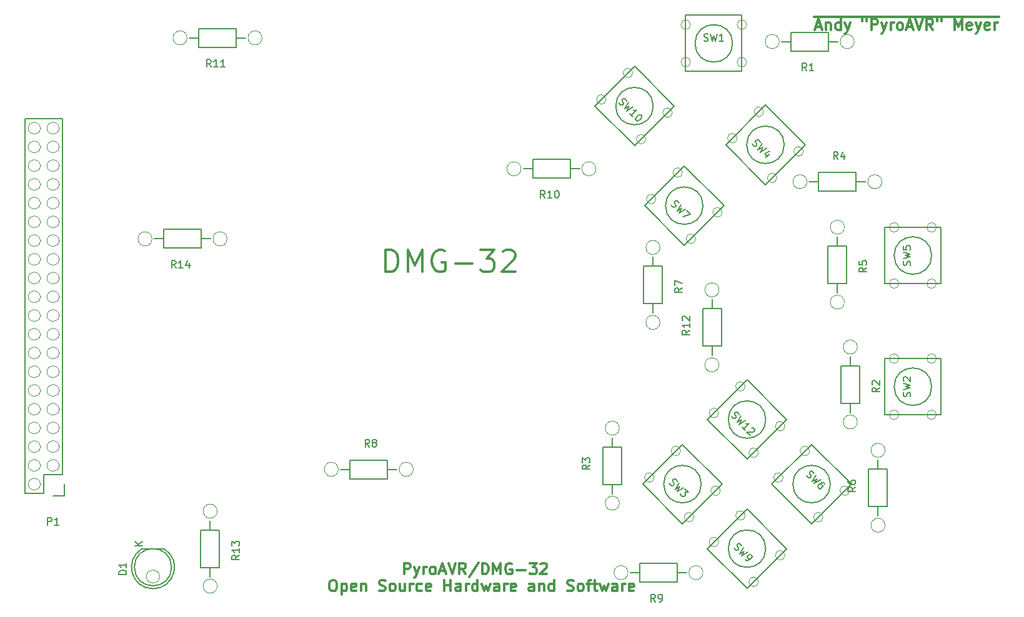
<source format=gto>
G04 #@! TF.FileFunction,Legend,Top*
%FSLAX46Y46*%
G04 Gerber Fmt 4.6, Leading zero omitted, Abs format (unit mm)*
G04 Created by KiCad (PCBNEW (2015-12-28 BZR 6407, Git 3dff6c0)-product) date Sun 24 Jan 2016 05:08:26 PM EST*
%MOMM*%
G01*
G04 APERTURE LIST*
%ADD10C,0.100000*%
%ADD11C,0.300000*%
%ADD12C,0.150000*%
G04 APERTURE END LIST*
D10*
D11*
X72780144Y-90213571D02*
X72780144Y-88713571D01*
X73351572Y-88713571D01*
X73494430Y-88785000D01*
X73565858Y-88856429D01*
X73637287Y-88999286D01*
X73637287Y-89213571D01*
X73565858Y-89356429D01*
X73494430Y-89427857D01*
X73351572Y-89499286D01*
X72780144Y-89499286D01*
X74137287Y-89213571D02*
X74494430Y-90213571D01*
X74851572Y-89213571D02*
X74494430Y-90213571D01*
X74351572Y-90570714D01*
X74280144Y-90642143D01*
X74137287Y-90713571D01*
X75423001Y-90213571D02*
X75423001Y-89213571D01*
X75423001Y-89499286D02*
X75494429Y-89356429D01*
X75565858Y-89285000D01*
X75708715Y-89213571D01*
X75851572Y-89213571D01*
X76565858Y-90213571D02*
X76423000Y-90142143D01*
X76351572Y-90070714D01*
X76280143Y-89927857D01*
X76280143Y-89499286D01*
X76351572Y-89356429D01*
X76423000Y-89285000D01*
X76565858Y-89213571D01*
X76780143Y-89213571D01*
X76923000Y-89285000D01*
X76994429Y-89356429D01*
X77065858Y-89499286D01*
X77065858Y-89927857D01*
X76994429Y-90070714D01*
X76923000Y-90142143D01*
X76780143Y-90213571D01*
X76565858Y-90213571D01*
X77637286Y-89785000D02*
X78351572Y-89785000D01*
X77494429Y-90213571D02*
X77994429Y-88713571D01*
X78494429Y-90213571D01*
X78780143Y-88713571D02*
X79280143Y-90213571D01*
X79780143Y-88713571D01*
X81137286Y-90213571D02*
X80637286Y-89499286D01*
X80280143Y-90213571D02*
X80280143Y-88713571D01*
X80851571Y-88713571D01*
X80994429Y-88785000D01*
X81065857Y-88856429D01*
X81137286Y-88999286D01*
X81137286Y-89213571D01*
X81065857Y-89356429D01*
X80994429Y-89427857D01*
X80851571Y-89499286D01*
X80280143Y-89499286D01*
X82851571Y-88642143D02*
X81565857Y-90570714D01*
X83351572Y-90213571D02*
X83351572Y-88713571D01*
X83708715Y-88713571D01*
X83923000Y-88785000D01*
X84065858Y-88927857D01*
X84137286Y-89070714D01*
X84208715Y-89356429D01*
X84208715Y-89570714D01*
X84137286Y-89856429D01*
X84065858Y-89999286D01*
X83923000Y-90142143D01*
X83708715Y-90213571D01*
X83351572Y-90213571D01*
X84851572Y-90213571D02*
X84851572Y-88713571D01*
X85351572Y-89785000D01*
X85851572Y-88713571D01*
X85851572Y-90213571D01*
X87351572Y-88785000D02*
X87208715Y-88713571D01*
X86994429Y-88713571D01*
X86780144Y-88785000D01*
X86637286Y-88927857D01*
X86565858Y-89070714D01*
X86494429Y-89356429D01*
X86494429Y-89570714D01*
X86565858Y-89856429D01*
X86637286Y-89999286D01*
X86780144Y-90142143D01*
X86994429Y-90213571D01*
X87137286Y-90213571D01*
X87351572Y-90142143D01*
X87423001Y-90070714D01*
X87423001Y-89570714D01*
X87137286Y-89570714D01*
X88065858Y-89642143D02*
X89208715Y-89642143D01*
X89780144Y-88713571D02*
X90708715Y-88713571D01*
X90208715Y-89285000D01*
X90423001Y-89285000D01*
X90565858Y-89356429D01*
X90637287Y-89427857D01*
X90708715Y-89570714D01*
X90708715Y-89927857D01*
X90637287Y-90070714D01*
X90565858Y-90142143D01*
X90423001Y-90213571D01*
X89994429Y-90213571D01*
X89851572Y-90142143D01*
X89780144Y-90070714D01*
X91280143Y-88856429D02*
X91351572Y-88785000D01*
X91494429Y-88713571D01*
X91851572Y-88713571D01*
X91994429Y-88785000D01*
X92065858Y-88856429D01*
X92137286Y-88999286D01*
X92137286Y-89142143D01*
X92065858Y-89356429D01*
X91208715Y-90213571D01*
X92137286Y-90213571D01*
X63026286Y-90999571D02*
X63312000Y-90999571D01*
X63454858Y-91071000D01*
X63597715Y-91213857D01*
X63669143Y-91499571D01*
X63669143Y-91999571D01*
X63597715Y-92285286D01*
X63454858Y-92428143D01*
X63312000Y-92499571D01*
X63026286Y-92499571D01*
X62883429Y-92428143D01*
X62740572Y-92285286D01*
X62669143Y-91999571D01*
X62669143Y-91499571D01*
X62740572Y-91213857D01*
X62883429Y-91071000D01*
X63026286Y-90999571D01*
X64312001Y-91499571D02*
X64312001Y-92999571D01*
X64312001Y-91571000D02*
X64454858Y-91499571D01*
X64740572Y-91499571D01*
X64883429Y-91571000D01*
X64954858Y-91642429D01*
X65026287Y-91785286D01*
X65026287Y-92213857D01*
X64954858Y-92356714D01*
X64883429Y-92428143D01*
X64740572Y-92499571D01*
X64454858Y-92499571D01*
X64312001Y-92428143D01*
X66240572Y-92428143D02*
X66097715Y-92499571D01*
X65812001Y-92499571D01*
X65669144Y-92428143D01*
X65597715Y-92285286D01*
X65597715Y-91713857D01*
X65669144Y-91571000D01*
X65812001Y-91499571D01*
X66097715Y-91499571D01*
X66240572Y-91571000D01*
X66312001Y-91713857D01*
X66312001Y-91856714D01*
X65597715Y-91999571D01*
X66954858Y-91499571D02*
X66954858Y-92499571D01*
X66954858Y-91642429D02*
X67026286Y-91571000D01*
X67169144Y-91499571D01*
X67383429Y-91499571D01*
X67526286Y-91571000D01*
X67597715Y-91713857D01*
X67597715Y-92499571D01*
X69383429Y-92428143D02*
X69597715Y-92499571D01*
X69954858Y-92499571D01*
X70097715Y-92428143D01*
X70169144Y-92356714D01*
X70240572Y-92213857D01*
X70240572Y-92071000D01*
X70169144Y-91928143D01*
X70097715Y-91856714D01*
X69954858Y-91785286D01*
X69669144Y-91713857D01*
X69526286Y-91642429D01*
X69454858Y-91571000D01*
X69383429Y-91428143D01*
X69383429Y-91285286D01*
X69454858Y-91142429D01*
X69526286Y-91071000D01*
X69669144Y-90999571D01*
X70026286Y-90999571D01*
X70240572Y-91071000D01*
X71097715Y-92499571D02*
X70954857Y-92428143D01*
X70883429Y-92356714D01*
X70812000Y-92213857D01*
X70812000Y-91785286D01*
X70883429Y-91642429D01*
X70954857Y-91571000D01*
X71097715Y-91499571D01*
X71312000Y-91499571D01*
X71454857Y-91571000D01*
X71526286Y-91642429D01*
X71597715Y-91785286D01*
X71597715Y-92213857D01*
X71526286Y-92356714D01*
X71454857Y-92428143D01*
X71312000Y-92499571D01*
X71097715Y-92499571D01*
X72883429Y-91499571D02*
X72883429Y-92499571D01*
X72240572Y-91499571D02*
X72240572Y-92285286D01*
X72312000Y-92428143D01*
X72454858Y-92499571D01*
X72669143Y-92499571D01*
X72812000Y-92428143D01*
X72883429Y-92356714D01*
X73597715Y-92499571D02*
X73597715Y-91499571D01*
X73597715Y-91785286D02*
X73669143Y-91642429D01*
X73740572Y-91571000D01*
X73883429Y-91499571D01*
X74026286Y-91499571D01*
X75169143Y-92428143D02*
X75026286Y-92499571D01*
X74740572Y-92499571D01*
X74597714Y-92428143D01*
X74526286Y-92356714D01*
X74454857Y-92213857D01*
X74454857Y-91785286D01*
X74526286Y-91642429D01*
X74597714Y-91571000D01*
X74740572Y-91499571D01*
X75026286Y-91499571D01*
X75169143Y-91571000D01*
X76383428Y-92428143D02*
X76240571Y-92499571D01*
X75954857Y-92499571D01*
X75812000Y-92428143D01*
X75740571Y-92285286D01*
X75740571Y-91713857D01*
X75812000Y-91571000D01*
X75954857Y-91499571D01*
X76240571Y-91499571D01*
X76383428Y-91571000D01*
X76454857Y-91713857D01*
X76454857Y-91856714D01*
X75740571Y-91999571D01*
X78240571Y-92499571D02*
X78240571Y-90999571D01*
X78240571Y-91713857D02*
X79097714Y-91713857D01*
X79097714Y-92499571D02*
X79097714Y-90999571D01*
X80454857Y-92499571D02*
X80454857Y-91713857D01*
X80383428Y-91571000D01*
X80240571Y-91499571D01*
X79954857Y-91499571D01*
X79812000Y-91571000D01*
X80454857Y-92428143D02*
X80312000Y-92499571D01*
X79954857Y-92499571D01*
X79812000Y-92428143D01*
X79740571Y-92285286D01*
X79740571Y-92142429D01*
X79812000Y-91999571D01*
X79954857Y-91928143D01*
X80312000Y-91928143D01*
X80454857Y-91856714D01*
X81169143Y-92499571D02*
X81169143Y-91499571D01*
X81169143Y-91785286D02*
X81240571Y-91642429D01*
X81312000Y-91571000D01*
X81454857Y-91499571D01*
X81597714Y-91499571D01*
X82740571Y-92499571D02*
X82740571Y-90999571D01*
X82740571Y-92428143D02*
X82597714Y-92499571D01*
X82312000Y-92499571D01*
X82169142Y-92428143D01*
X82097714Y-92356714D01*
X82026285Y-92213857D01*
X82026285Y-91785286D01*
X82097714Y-91642429D01*
X82169142Y-91571000D01*
X82312000Y-91499571D01*
X82597714Y-91499571D01*
X82740571Y-91571000D01*
X83312000Y-91499571D02*
X83597714Y-92499571D01*
X83883428Y-91785286D01*
X84169143Y-92499571D01*
X84454857Y-91499571D01*
X85669143Y-92499571D02*
X85669143Y-91713857D01*
X85597714Y-91571000D01*
X85454857Y-91499571D01*
X85169143Y-91499571D01*
X85026286Y-91571000D01*
X85669143Y-92428143D02*
X85526286Y-92499571D01*
X85169143Y-92499571D01*
X85026286Y-92428143D01*
X84954857Y-92285286D01*
X84954857Y-92142429D01*
X85026286Y-91999571D01*
X85169143Y-91928143D01*
X85526286Y-91928143D01*
X85669143Y-91856714D01*
X86383429Y-92499571D02*
X86383429Y-91499571D01*
X86383429Y-91785286D02*
X86454857Y-91642429D01*
X86526286Y-91571000D01*
X86669143Y-91499571D01*
X86812000Y-91499571D01*
X87883428Y-92428143D02*
X87740571Y-92499571D01*
X87454857Y-92499571D01*
X87312000Y-92428143D01*
X87240571Y-92285286D01*
X87240571Y-91713857D01*
X87312000Y-91571000D01*
X87454857Y-91499571D01*
X87740571Y-91499571D01*
X87883428Y-91571000D01*
X87954857Y-91713857D01*
X87954857Y-91856714D01*
X87240571Y-91999571D01*
X90383428Y-92499571D02*
X90383428Y-91713857D01*
X90311999Y-91571000D01*
X90169142Y-91499571D01*
X89883428Y-91499571D01*
X89740571Y-91571000D01*
X90383428Y-92428143D02*
X90240571Y-92499571D01*
X89883428Y-92499571D01*
X89740571Y-92428143D01*
X89669142Y-92285286D01*
X89669142Y-92142429D01*
X89740571Y-91999571D01*
X89883428Y-91928143D01*
X90240571Y-91928143D01*
X90383428Y-91856714D01*
X91097714Y-91499571D02*
X91097714Y-92499571D01*
X91097714Y-91642429D02*
X91169142Y-91571000D01*
X91312000Y-91499571D01*
X91526285Y-91499571D01*
X91669142Y-91571000D01*
X91740571Y-91713857D01*
X91740571Y-92499571D01*
X93097714Y-92499571D02*
X93097714Y-90999571D01*
X93097714Y-92428143D02*
X92954857Y-92499571D01*
X92669143Y-92499571D01*
X92526285Y-92428143D01*
X92454857Y-92356714D01*
X92383428Y-92213857D01*
X92383428Y-91785286D01*
X92454857Y-91642429D01*
X92526285Y-91571000D01*
X92669143Y-91499571D01*
X92954857Y-91499571D01*
X93097714Y-91571000D01*
X94883428Y-92428143D02*
X95097714Y-92499571D01*
X95454857Y-92499571D01*
X95597714Y-92428143D01*
X95669143Y-92356714D01*
X95740571Y-92213857D01*
X95740571Y-92071000D01*
X95669143Y-91928143D01*
X95597714Y-91856714D01*
X95454857Y-91785286D01*
X95169143Y-91713857D01*
X95026285Y-91642429D01*
X94954857Y-91571000D01*
X94883428Y-91428143D01*
X94883428Y-91285286D01*
X94954857Y-91142429D01*
X95026285Y-91071000D01*
X95169143Y-90999571D01*
X95526285Y-90999571D01*
X95740571Y-91071000D01*
X96597714Y-92499571D02*
X96454856Y-92428143D01*
X96383428Y-92356714D01*
X96311999Y-92213857D01*
X96311999Y-91785286D01*
X96383428Y-91642429D01*
X96454856Y-91571000D01*
X96597714Y-91499571D01*
X96811999Y-91499571D01*
X96954856Y-91571000D01*
X97026285Y-91642429D01*
X97097714Y-91785286D01*
X97097714Y-92213857D01*
X97026285Y-92356714D01*
X96954856Y-92428143D01*
X96811999Y-92499571D01*
X96597714Y-92499571D01*
X97526285Y-91499571D02*
X98097714Y-91499571D01*
X97740571Y-92499571D02*
X97740571Y-91213857D01*
X97811999Y-91071000D01*
X97954857Y-90999571D01*
X98097714Y-90999571D01*
X98383428Y-91499571D02*
X98954857Y-91499571D01*
X98597714Y-90999571D02*
X98597714Y-92285286D01*
X98669142Y-92428143D01*
X98812000Y-92499571D01*
X98954857Y-92499571D01*
X99312000Y-91499571D02*
X99597714Y-92499571D01*
X99883428Y-91785286D01*
X100169143Y-92499571D01*
X100454857Y-91499571D01*
X101669143Y-92499571D02*
X101669143Y-91713857D01*
X101597714Y-91571000D01*
X101454857Y-91499571D01*
X101169143Y-91499571D01*
X101026286Y-91571000D01*
X101669143Y-92428143D02*
X101526286Y-92499571D01*
X101169143Y-92499571D01*
X101026286Y-92428143D01*
X100954857Y-92285286D01*
X100954857Y-92142429D01*
X101026286Y-91999571D01*
X101169143Y-91928143D01*
X101526286Y-91928143D01*
X101669143Y-91856714D01*
X102383429Y-92499571D02*
X102383429Y-91499571D01*
X102383429Y-91785286D02*
X102454857Y-91642429D01*
X102526286Y-91571000D01*
X102669143Y-91499571D01*
X102812000Y-91499571D01*
X103883428Y-92428143D02*
X103740571Y-92499571D01*
X103454857Y-92499571D01*
X103312000Y-92428143D01*
X103240571Y-92285286D01*
X103240571Y-91713857D01*
X103312000Y-91571000D01*
X103454857Y-91499571D01*
X103740571Y-91499571D01*
X103883428Y-91571000D01*
X103954857Y-91713857D01*
X103954857Y-91856714D01*
X103240571Y-91999571D01*
X128593001Y-15998000D02*
X129307287Y-15998000D01*
X128450144Y-16426571D02*
X128950144Y-14926571D01*
X129450144Y-16426571D01*
X129950144Y-15426571D02*
X129950144Y-16426571D01*
X129950144Y-15569429D02*
X130021572Y-15498000D01*
X130164430Y-15426571D01*
X130378715Y-15426571D01*
X130521572Y-15498000D01*
X130593001Y-15640857D01*
X130593001Y-16426571D01*
X131950144Y-16426571D02*
X131950144Y-14926571D01*
X131950144Y-16355143D02*
X131807287Y-16426571D01*
X131521573Y-16426571D01*
X131378715Y-16355143D01*
X131307287Y-16283714D01*
X131235858Y-16140857D01*
X131235858Y-15712286D01*
X131307287Y-15569429D01*
X131378715Y-15498000D01*
X131521573Y-15426571D01*
X131807287Y-15426571D01*
X131950144Y-15498000D01*
X132521573Y-15426571D02*
X132878716Y-16426571D01*
X133235858Y-15426571D02*
X132878716Y-16426571D01*
X132735858Y-16783714D01*
X132664430Y-16855143D01*
X132521573Y-16926571D01*
X134878715Y-14926571D02*
X134878715Y-15212286D01*
X135450144Y-14926571D02*
X135450144Y-15212286D01*
X136093001Y-16426571D02*
X136093001Y-14926571D01*
X136664429Y-14926571D01*
X136807287Y-14998000D01*
X136878715Y-15069429D01*
X136950144Y-15212286D01*
X136950144Y-15426571D01*
X136878715Y-15569429D01*
X136807287Y-15640857D01*
X136664429Y-15712286D01*
X136093001Y-15712286D01*
X137450144Y-15426571D02*
X137807287Y-16426571D01*
X138164429Y-15426571D02*
X137807287Y-16426571D01*
X137664429Y-16783714D01*
X137593001Y-16855143D01*
X137450144Y-16926571D01*
X138735858Y-16426571D02*
X138735858Y-15426571D01*
X138735858Y-15712286D02*
X138807286Y-15569429D01*
X138878715Y-15498000D01*
X139021572Y-15426571D01*
X139164429Y-15426571D01*
X139878715Y-16426571D02*
X139735857Y-16355143D01*
X139664429Y-16283714D01*
X139593000Y-16140857D01*
X139593000Y-15712286D01*
X139664429Y-15569429D01*
X139735857Y-15498000D01*
X139878715Y-15426571D01*
X140093000Y-15426571D01*
X140235857Y-15498000D01*
X140307286Y-15569429D01*
X140378715Y-15712286D01*
X140378715Y-16140857D01*
X140307286Y-16283714D01*
X140235857Y-16355143D01*
X140093000Y-16426571D01*
X139878715Y-16426571D01*
X140950143Y-15998000D02*
X141664429Y-15998000D01*
X140807286Y-16426571D02*
X141307286Y-14926571D01*
X141807286Y-16426571D01*
X142093000Y-14926571D02*
X142593000Y-16426571D01*
X143093000Y-14926571D01*
X144450143Y-16426571D02*
X143950143Y-15712286D01*
X143593000Y-16426571D02*
X143593000Y-14926571D01*
X144164428Y-14926571D01*
X144307286Y-14998000D01*
X144378714Y-15069429D01*
X144450143Y-15212286D01*
X144450143Y-15426571D01*
X144378714Y-15569429D01*
X144307286Y-15640857D01*
X144164428Y-15712286D01*
X143593000Y-15712286D01*
X145021571Y-14926571D02*
X145021571Y-15212286D01*
X145593000Y-14926571D02*
X145593000Y-15212286D01*
X147378714Y-16426571D02*
X147378714Y-14926571D01*
X147878714Y-15998000D01*
X148378714Y-14926571D01*
X148378714Y-16426571D01*
X149664428Y-16355143D02*
X149521571Y-16426571D01*
X149235857Y-16426571D01*
X149093000Y-16355143D01*
X149021571Y-16212286D01*
X149021571Y-15640857D01*
X149093000Y-15498000D01*
X149235857Y-15426571D01*
X149521571Y-15426571D01*
X149664428Y-15498000D01*
X149735857Y-15640857D01*
X149735857Y-15783714D01*
X149021571Y-15926571D01*
X150235857Y-15426571D02*
X150593000Y-16426571D01*
X150950142Y-15426571D02*
X150593000Y-16426571D01*
X150450142Y-16783714D01*
X150378714Y-16855143D01*
X150235857Y-16926571D01*
X152092999Y-16355143D02*
X151950142Y-16426571D01*
X151664428Y-16426571D01*
X151521571Y-16355143D01*
X151450142Y-16212286D01*
X151450142Y-15640857D01*
X151521571Y-15498000D01*
X151664428Y-15426571D01*
X151950142Y-15426571D01*
X152092999Y-15498000D01*
X152164428Y-15640857D01*
X152164428Y-15783714D01*
X151450142Y-15926571D01*
X152807285Y-16426571D02*
X152807285Y-15426571D01*
X152807285Y-15712286D02*
X152878713Y-15569429D01*
X152950142Y-15498000D01*
X153092999Y-15426571D01*
X153235856Y-15426571D01*
X128307287Y-14668000D02*
X153378713Y-14668000D01*
X70279715Y-49236143D02*
X70279715Y-46236143D01*
X70994000Y-46236143D01*
X71422572Y-46379000D01*
X71708286Y-46664714D01*
X71851143Y-46950429D01*
X71994000Y-47521857D01*
X71994000Y-47950429D01*
X71851143Y-48521857D01*
X71708286Y-48807571D01*
X71422572Y-49093286D01*
X70994000Y-49236143D01*
X70279715Y-49236143D01*
X73279715Y-49236143D02*
X73279715Y-46236143D01*
X74279715Y-48379000D01*
X75279715Y-46236143D01*
X75279715Y-49236143D01*
X78279714Y-46379000D02*
X77994000Y-46236143D01*
X77565429Y-46236143D01*
X77136857Y-46379000D01*
X76851143Y-46664714D01*
X76708286Y-46950429D01*
X76565429Y-47521857D01*
X76565429Y-47950429D01*
X76708286Y-48521857D01*
X76851143Y-48807571D01*
X77136857Y-49093286D01*
X77565429Y-49236143D01*
X77851143Y-49236143D01*
X78279714Y-49093286D01*
X78422571Y-48950429D01*
X78422571Y-47950429D01*
X77851143Y-47950429D01*
X79708286Y-48093286D02*
X81994000Y-48093286D01*
X83136857Y-46236143D02*
X84994000Y-46236143D01*
X83994000Y-47379000D01*
X84422572Y-47379000D01*
X84708286Y-47521857D01*
X84851143Y-47664714D01*
X84994000Y-47950429D01*
X84994000Y-48664714D01*
X84851143Y-48950429D01*
X84708286Y-49093286D01*
X84422572Y-49236143D01*
X83565429Y-49236143D01*
X83279715Y-49093286D01*
X83136857Y-48950429D01*
X86136858Y-46521857D02*
X86279715Y-46379000D01*
X86565429Y-46236143D01*
X87279715Y-46236143D01*
X87565429Y-46379000D01*
X87708286Y-46521857D01*
X87851143Y-46807571D01*
X87851143Y-47093286D01*
X87708286Y-47521857D01*
X85994000Y-49236143D01*
X87851143Y-49236143D01*
D12*
X37225096Y-86785112D02*
G75*
G03X40250000Y-86770000I1524904J-2484888D01*
G01*
X37250000Y-86770000D02*
X40250000Y-86770000D01*
X41267936Y-89270000D02*
G75*
G03X41267936Y-89270000I-2517936J0D01*
G01*
X21400000Y-28480000D02*
X21400000Y-79280000D01*
X26480000Y-76740000D02*
X26480000Y-28480000D01*
X21400000Y-28480000D02*
X26480000Y-28480000D01*
X21400000Y-79280000D02*
X23940000Y-79280000D01*
X25210000Y-79560000D02*
X26760000Y-79560000D01*
X23940000Y-79280000D02*
X23940000Y-76740000D01*
X23940000Y-76740000D02*
X26480000Y-76740000D01*
X26760000Y-79560000D02*
X26760000Y-78010000D01*
X130290000Y-19270000D02*
X125210000Y-19270000D01*
X125210000Y-19270000D02*
X125210000Y-16730000D01*
X125210000Y-16730000D02*
X130290000Y-16730000D01*
X130290000Y-16730000D02*
X130290000Y-19270000D01*
X130290000Y-18000000D02*
X131560000Y-18000000D01*
X125210000Y-18000000D02*
X123940000Y-18000000D01*
X134520000Y-61960000D02*
X134520000Y-67040000D01*
X134520000Y-67040000D02*
X131980000Y-67040000D01*
X131980000Y-67040000D02*
X131980000Y-61960000D01*
X131980000Y-61960000D02*
X134520000Y-61960000D01*
X133250000Y-61960000D02*
X133250000Y-60690000D01*
X133250000Y-67040000D02*
X133250000Y-68310000D01*
X99730000Y-78040000D02*
X99730000Y-72960000D01*
X99730000Y-72960000D02*
X102270000Y-72960000D01*
X102270000Y-72960000D02*
X102270000Y-78040000D01*
X102270000Y-78040000D02*
X99730000Y-78040000D01*
X101000000Y-78040000D02*
X101000000Y-79310000D01*
X101000000Y-72960000D02*
X101000000Y-71690000D01*
X128960000Y-35730000D02*
X134040000Y-35730000D01*
X134040000Y-35730000D02*
X134040000Y-38270000D01*
X134040000Y-38270000D02*
X128960000Y-38270000D01*
X128960000Y-38270000D02*
X128960000Y-35730000D01*
X128960000Y-37000000D02*
X127690000Y-37000000D01*
X134040000Y-37000000D02*
X135310000Y-37000000D01*
X132770000Y-45710000D02*
X132770000Y-50790000D01*
X132770000Y-50790000D02*
X130230000Y-50790000D01*
X130230000Y-50790000D02*
X130230000Y-45710000D01*
X130230000Y-45710000D02*
X132770000Y-45710000D01*
X131500000Y-45710000D02*
X131500000Y-44440000D01*
X131500000Y-50790000D02*
X131500000Y-52060000D01*
X135730000Y-81040000D02*
X135730000Y-75960000D01*
X135730000Y-75960000D02*
X138270000Y-75960000D01*
X138270000Y-75960000D02*
X138270000Y-81040000D01*
X138270000Y-81040000D02*
X135730000Y-81040000D01*
X137000000Y-81040000D02*
X137000000Y-82310000D01*
X137000000Y-75960000D02*
X137000000Y-74690000D01*
X107770000Y-48460000D02*
X107770000Y-53540000D01*
X107770000Y-53540000D02*
X105230000Y-53540000D01*
X105230000Y-53540000D02*
X105230000Y-48460000D01*
X105230000Y-48460000D02*
X107770000Y-48460000D01*
X106500000Y-48460000D02*
X106500000Y-47190000D01*
X106500000Y-53540000D02*
X106500000Y-54810000D01*
X65460000Y-74730000D02*
X70540000Y-74730000D01*
X70540000Y-74730000D02*
X70540000Y-77270000D01*
X70540000Y-77270000D02*
X65460000Y-77270000D01*
X65460000Y-77270000D02*
X65460000Y-74730000D01*
X65460000Y-76000000D02*
X64190000Y-76000000D01*
X70540000Y-76000000D02*
X71810000Y-76000000D01*
X109790000Y-91270000D02*
X104710000Y-91270000D01*
X104710000Y-91270000D02*
X104710000Y-88730000D01*
X104710000Y-88730000D02*
X109790000Y-88730000D01*
X109790000Y-88730000D02*
X109790000Y-91270000D01*
X109790000Y-90000000D02*
X111060000Y-90000000D01*
X104710000Y-90000000D02*
X103440000Y-90000000D01*
X95290000Y-36520000D02*
X90210000Y-36520000D01*
X90210000Y-36520000D02*
X90210000Y-33980000D01*
X90210000Y-33980000D02*
X95290000Y-33980000D01*
X95290000Y-33980000D02*
X95290000Y-36520000D01*
X95290000Y-35250000D02*
X96560000Y-35250000D01*
X90210000Y-35250000D02*
X88940000Y-35250000D01*
X50040000Y-18770000D02*
X44960000Y-18770000D01*
X44960000Y-18770000D02*
X44960000Y-16230000D01*
X44960000Y-16230000D02*
X50040000Y-16230000D01*
X50040000Y-16230000D02*
X50040000Y-18770000D01*
X50040000Y-17500000D02*
X51310000Y-17500000D01*
X44960000Y-17500000D02*
X43690000Y-17500000D01*
X113230000Y-59290000D02*
X113230000Y-54210000D01*
X113230000Y-54210000D02*
X115770000Y-54210000D01*
X115770000Y-54210000D02*
X115770000Y-59290000D01*
X115770000Y-59290000D02*
X113230000Y-59290000D01*
X114500000Y-59290000D02*
X114500000Y-60560000D01*
X114500000Y-54210000D02*
X114500000Y-52940000D01*
X47770000Y-84210000D02*
X47770000Y-89290000D01*
X47770000Y-89290000D02*
X45230000Y-89290000D01*
X45230000Y-89290000D02*
X45230000Y-84210000D01*
X45230000Y-84210000D02*
X47770000Y-84210000D01*
X46500000Y-84210000D02*
X46500000Y-82940000D01*
X46500000Y-89290000D02*
X46500000Y-90560000D01*
X45290000Y-46020000D02*
X40210000Y-46020000D01*
X40210000Y-46020000D02*
X40210000Y-43480000D01*
X40210000Y-43480000D02*
X45290000Y-43480000D01*
X45290000Y-43480000D02*
X45290000Y-46020000D01*
X45290000Y-44750000D02*
X46560000Y-44750000D01*
X40210000Y-44750000D02*
X38940000Y-44750000D01*
X113040000Y-78000000D02*
G75*
G03X113040000Y-78000000I-2540000J0D01*
G01*
X110500000Y-83388154D02*
X105111846Y-78000000D01*
X105111846Y-78000000D02*
X110500000Y-72611846D01*
X110500000Y-72611846D02*
X115888154Y-78000000D01*
X110500000Y-83388154D02*
X115888154Y-78000000D01*
X130540000Y-78000000D02*
G75*
G03X130540000Y-78000000I-2540000J0D01*
G01*
X128000000Y-72611846D02*
X133388154Y-78000000D01*
X133388154Y-78000000D02*
X128000000Y-83388154D01*
X128000000Y-83388154D02*
X122611846Y-78000000D01*
X128000000Y-72611846D02*
X122611846Y-78000000D01*
X121790000Y-86750000D02*
G75*
G03X121790000Y-86750000I-2540000J0D01*
G01*
X119250000Y-92138154D02*
X113861846Y-86750000D01*
X113861846Y-86750000D02*
X119250000Y-81361846D01*
X119250000Y-81361846D02*
X124638154Y-86750000D01*
X119250000Y-92138154D02*
X124638154Y-86750000D01*
X121790000Y-69250000D02*
G75*
G03X121790000Y-69250000I-2540000J0D01*
G01*
X119250000Y-74638154D02*
X113861846Y-69250000D01*
X113861846Y-69250000D02*
X119250000Y-63861846D01*
X119250000Y-63861846D02*
X124638154Y-69250000D01*
X119250000Y-74638154D02*
X124638154Y-69250000D01*
X117290000Y-18250000D02*
G75*
G03X117290000Y-18250000I-2540000J0D01*
G01*
X110940000Y-14440000D02*
X118560000Y-14440000D01*
X118560000Y-14440000D02*
X118560000Y-22060000D01*
X118560000Y-22060000D02*
X110940000Y-22060000D01*
X110940000Y-14440000D02*
X110940000Y-22060000D01*
X144270000Y-64790000D02*
G75*
G03X144270000Y-64790000I-2540000J0D01*
G01*
X137920000Y-68600000D02*
X137920000Y-60980000D01*
X137920000Y-60980000D02*
X145540000Y-60980000D01*
X145540000Y-60980000D02*
X145540000Y-68600000D01*
X137920000Y-68600000D02*
X145540000Y-68600000D01*
X124290000Y-32000000D02*
G75*
G03X124290000Y-32000000I-2540000J0D01*
G01*
X121750000Y-37388154D02*
X116361846Y-32000000D01*
X116361846Y-32000000D02*
X121750000Y-26611846D01*
X121750000Y-26611846D02*
X127138154Y-32000000D01*
X121750000Y-37388154D02*
X127138154Y-32000000D01*
X144270000Y-47010000D02*
G75*
G03X144270000Y-47010000I-2540000J0D01*
G01*
X137920000Y-50820000D02*
X137920000Y-43200000D01*
X137920000Y-43200000D02*
X145540000Y-43200000D01*
X145540000Y-43200000D02*
X145540000Y-50820000D01*
X137920000Y-50820000D02*
X145540000Y-50820000D01*
X113290000Y-40250000D02*
G75*
G03X113290000Y-40250000I-2540000J0D01*
G01*
X110750000Y-45638154D02*
X105361846Y-40250000D01*
X105361846Y-40250000D02*
X110750000Y-34861846D01*
X110750000Y-34861846D02*
X116138154Y-40250000D01*
X110750000Y-45638154D02*
X116138154Y-40250000D01*
X106540000Y-26750000D02*
G75*
G03X106540000Y-26750000I-2540000J0D01*
G01*
X104000000Y-32138154D02*
X98611846Y-26750000D01*
X98611846Y-26750000D02*
X104000000Y-21361846D01*
X104000000Y-21361846D02*
X109388154Y-26750000D01*
X104000000Y-32138154D02*
X109388154Y-26750000D01*
D10*
X39650000Y-90540000D02*
G75*
G03X39650000Y-90540000I-900000J0D01*
G01*
X23483600Y-78010000D02*
X23483600Y-78010000D01*
X21856400Y-78010000D02*
X21856400Y-78010000D01*
X23483600Y-78010000D02*
G75*
G03X21856400Y-78010000I-813600J0D01*
G01*
X21856400Y-78010000D02*
G75*
G03X23483600Y-78010000I813600J0D01*
G01*
X26023600Y-75470000D02*
X26023600Y-75470000D01*
X24396400Y-75470000D02*
X24396400Y-75470000D01*
X26023600Y-75470000D02*
G75*
G03X24396400Y-75470000I-813600J0D01*
G01*
X24396400Y-75470000D02*
G75*
G03X26023600Y-75470000I813600J0D01*
G01*
X23483600Y-75470000D02*
X23483600Y-75470000D01*
X21856400Y-75470000D02*
X21856400Y-75470000D01*
X23483600Y-75470000D02*
G75*
G03X21856400Y-75470000I-813600J0D01*
G01*
X21856400Y-75470000D02*
G75*
G03X23483600Y-75470000I813600J0D01*
G01*
X26023600Y-72930000D02*
X26023600Y-72930000D01*
X24396400Y-72930000D02*
X24396400Y-72930000D01*
X26023600Y-72930000D02*
G75*
G03X24396400Y-72930000I-813600J0D01*
G01*
X24396400Y-72930000D02*
G75*
G03X26023600Y-72930000I813600J0D01*
G01*
X23483600Y-72930000D02*
X23483600Y-72930000D01*
X21856400Y-72930000D02*
X21856400Y-72930000D01*
X23483600Y-72930000D02*
G75*
G03X21856400Y-72930000I-813600J0D01*
G01*
X21856400Y-72930000D02*
G75*
G03X23483600Y-72930000I813600J0D01*
G01*
X26023600Y-70390000D02*
X26023600Y-70390000D01*
X24396400Y-70390000D02*
X24396400Y-70390000D01*
X26023600Y-70390000D02*
G75*
G03X24396400Y-70390000I-813600J0D01*
G01*
X24396400Y-70390000D02*
G75*
G03X26023600Y-70390000I813600J0D01*
G01*
X23483600Y-70390000D02*
X23483600Y-70390000D01*
X21856400Y-70390000D02*
X21856400Y-70390000D01*
X23483600Y-70390000D02*
G75*
G03X21856400Y-70390000I-813600J0D01*
G01*
X21856400Y-70390000D02*
G75*
G03X23483600Y-70390000I813600J0D01*
G01*
X26023600Y-67850000D02*
X26023600Y-67850000D01*
X24396400Y-67850000D02*
X24396400Y-67850000D01*
X26023600Y-67850000D02*
G75*
G03X24396400Y-67850000I-813600J0D01*
G01*
X24396400Y-67850000D02*
G75*
G03X26023600Y-67850000I813600J0D01*
G01*
X23483600Y-67850000D02*
X23483600Y-67850000D01*
X21856400Y-67850000D02*
X21856400Y-67850000D01*
X23483600Y-67850000D02*
G75*
G03X21856400Y-67850000I-813600J0D01*
G01*
X21856400Y-67850000D02*
G75*
G03X23483600Y-67850000I813600J0D01*
G01*
X26023600Y-65310000D02*
X26023600Y-65310000D01*
X24396400Y-65310000D02*
X24396400Y-65310000D01*
X26023600Y-65310000D02*
G75*
G03X24396400Y-65310000I-813600J0D01*
G01*
X24396400Y-65310000D02*
G75*
G03X26023600Y-65310000I813600J0D01*
G01*
X23483600Y-65310000D02*
X23483600Y-65310000D01*
X21856400Y-65310000D02*
X21856400Y-65310000D01*
X23483600Y-65310000D02*
G75*
G03X21856400Y-65310000I-813600J0D01*
G01*
X21856400Y-65310000D02*
G75*
G03X23483600Y-65310000I813600J0D01*
G01*
X26023600Y-62770000D02*
X26023600Y-62770000D01*
X24396400Y-62770000D02*
X24396400Y-62770000D01*
X26023600Y-62770000D02*
G75*
G03X24396400Y-62770000I-813600J0D01*
G01*
X24396400Y-62770000D02*
G75*
G03X26023600Y-62770000I813600J0D01*
G01*
X23483600Y-62770000D02*
X23483600Y-62770000D01*
X21856400Y-62770000D02*
X21856400Y-62770000D01*
X23483600Y-62770000D02*
G75*
G03X21856400Y-62770000I-813600J0D01*
G01*
X21856400Y-62770000D02*
G75*
G03X23483600Y-62770000I813600J0D01*
G01*
X26023600Y-60230000D02*
X26023600Y-60230000D01*
X24396400Y-60230000D02*
X24396400Y-60230000D01*
X26023600Y-60230000D02*
G75*
G03X24396400Y-60230000I-813600J0D01*
G01*
X24396400Y-60230000D02*
G75*
G03X26023600Y-60230000I813600J0D01*
G01*
X23483600Y-60230000D02*
X23483600Y-60230000D01*
X21856400Y-60230000D02*
X21856400Y-60230000D01*
X23483600Y-60230000D02*
G75*
G03X21856400Y-60230000I-813600J0D01*
G01*
X21856400Y-60230000D02*
G75*
G03X23483600Y-60230000I813600J0D01*
G01*
X26023600Y-57690000D02*
X26023600Y-57690000D01*
X24396400Y-57690000D02*
X24396400Y-57690000D01*
X26023600Y-57690000D02*
G75*
G03X24396400Y-57690000I-813600J0D01*
G01*
X24396400Y-57690000D02*
G75*
G03X26023600Y-57690000I813600J0D01*
G01*
X23483600Y-57690000D02*
X23483600Y-57690000D01*
X21856400Y-57690000D02*
X21856400Y-57690000D01*
X23483600Y-57690000D02*
G75*
G03X21856400Y-57690000I-813600J0D01*
G01*
X21856400Y-57690000D02*
G75*
G03X23483600Y-57690000I813600J0D01*
G01*
X26023600Y-55150000D02*
X26023600Y-55150000D01*
X24396400Y-55150000D02*
X24396400Y-55150000D01*
X26023600Y-55150000D02*
G75*
G03X24396400Y-55150000I-813600J0D01*
G01*
X24396400Y-55150000D02*
G75*
G03X26023600Y-55150000I813600J0D01*
G01*
X23483600Y-55150000D02*
X23483600Y-55150000D01*
X21856400Y-55150000D02*
X21856400Y-55150000D01*
X23483600Y-55150000D02*
G75*
G03X21856400Y-55150000I-813600J0D01*
G01*
X21856400Y-55150000D02*
G75*
G03X23483600Y-55150000I813600J0D01*
G01*
X26023600Y-52610000D02*
X26023600Y-52610000D01*
X24396400Y-52610000D02*
X24396400Y-52610000D01*
X26023600Y-52610000D02*
G75*
G03X24396400Y-52610000I-813600J0D01*
G01*
X24396400Y-52610000D02*
G75*
G03X26023600Y-52610000I813600J0D01*
G01*
X23483600Y-52610000D02*
X23483600Y-52610000D01*
X21856400Y-52610000D02*
X21856400Y-52610000D01*
X23483600Y-52610000D02*
G75*
G03X21856400Y-52610000I-813600J0D01*
G01*
X21856400Y-52610000D02*
G75*
G03X23483600Y-52610000I813600J0D01*
G01*
X26023600Y-50070000D02*
X26023600Y-50070000D01*
X24396400Y-50070000D02*
X24396400Y-50070000D01*
X26023600Y-50070000D02*
G75*
G03X24396400Y-50070000I-813600J0D01*
G01*
X24396400Y-50070000D02*
G75*
G03X26023600Y-50070000I813600J0D01*
G01*
X23483600Y-50070000D02*
X23483600Y-50070000D01*
X21856400Y-50070000D02*
X21856400Y-50070000D01*
X23483600Y-50070000D02*
G75*
G03X21856400Y-50070000I-813600J0D01*
G01*
X21856400Y-50070000D02*
G75*
G03X23483600Y-50070000I813600J0D01*
G01*
X26023600Y-47530000D02*
X26023600Y-47530000D01*
X24396400Y-47530000D02*
X24396400Y-47530000D01*
X26023600Y-47530000D02*
G75*
G03X24396400Y-47530000I-813600J0D01*
G01*
X24396400Y-47530000D02*
G75*
G03X26023600Y-47530000I813600J0D01*
G01*
X23483600Y-47530000D02*
X23483600Y-47530000D01*
X21856400Y-47530000D02*
X21856400Y-47530000D01*
X23483600Y-47530000D02*
G75*
G03X21856400Y-47530000I-813600J0D01*
G01*
X21856400Y-47530000D02*
G75*
G03X23483600Y-47530000I813600J0D01*
G01*
X26023600Y-44990000D02*
X26023600Y-44990000D01*
X24396400Y-44990000D02*
X24396400Y-44990000D01*
X26023600Y-44990000D02*
G75*
G03X24396400Y-44990000I-813600J0D01*
G01*
X24396400Y-44990000D02*
G75*
G03X26023600Y-44990000I813600J0D01*
G01*
X23483600Y-44990000D02*
X23483600Y-44990000D01*
X21856400Y-44990000D02*
X21856400Y-44990000D01*
X23483600Y-44990000D02*
G75*
G03X21856400Y-44990000I-813600J0D01*
G01*
X21856400Y-44990000D02*
G75*
G03X23483600Y-44990000I813600J0D01*
G01*
X26023600Y-42450000D02*
X26023600Y-42450000D01*
X24396400Y-42450000D02*
X24396400Y-42450000D01*
X26023600Y-42450000D02*
G75*
G03X24396400Y-42450000I-813600J0D01*
G01*
X24396400Y-42450000D02*
G75*
G03X26023600Y-42450000I813600J0D01*
G01*
X23483600Y-42450000D02*
X23483600Y-42450000D01*
X21856400Y-42450000D02*
X21856400Y-42450000D01*
X23483600Y-42450000D02*
G75*
G03X21856400Y-42450000I-813600J0D01*
G01*
X21856400Y-42450000D02*
G75*
G03X23483600Y-42450000I813600J0D01*
G01*
X26023600Y-39910000D02*
X26023600Y-39910000D01*
X24396400Y-39910000D02*
X24396400Y-39910000D01*
X26023600Y-39910000D02*
G75*
G03X24396400Y-39910000I-813600J0D01*
G01*
X24396400Y-39910000D02*
G75*
G03X26023600Y-39910000I813600J0D01*
G01*
X23483600Y-39910000D02*
X23483600Y-39910000D01*
X21856400Y-39910000D02*
X21856400Y-39910000D01*
X23483600Y-39910000D02*
G75*
G03X21856400Y-39910000I-813600J0D01*
G01*
X21856400Y-39910000D02*
G75*
G03X23483600Y-39910000I813600J0D01*
G01*
X26023600Y-37370000D02*
X26023600Y-37370000D01*
X24396400Y-37370000D02*
X24396400Y-37370000D01*
X26023600Y-37370000D02*
G75*
G03X24396400Y-37370000I-813600J0D01*
G01*
X24396400Y-37370000D02*
G75*
G03X26023600Y-37370000I813600J0D01*
G01*
X23483600Y-37370000D02*
X23483600Y-37370000D01*
X21856400Y-37370000D02*
X21856400Y-37370000D01*
X23483600Y-37370000D02*
G75*
G03X21856400Y-37370000I-813600J0D01*
G01*
X21856400Y-37370000D02*
G75*
G03X23483600Y-37370000I813600J0D01*
G01*
X26023600Y-34830000D02*
X26023600Y-34830000D01*
X24396400Y-34830000D02*
X24396400Y-34830000D01*
X26023600Y-34830000D02*
G75*
G03X24396400Y-34830000I-813600J0D01*
G01*
X24396400Y-34830000D02*
G75*
G03X26023600Y-34830000I813600J0D01*
G01*
X23483600Y-34830000D02*
X23483600Y-34830000D01*
X21856400Y-34830000D02*
X21856400Y-34830000D01*
X23483600Y-34830000D02*
G75*
G03X21856400Y-34830000I-813600J0D01*
G01*
X21856400Y-34830000D02*
G75*
G03X23483600Y-34830000I813600J0D01*
G01*
X26023600Y-32290000D02*
X26023600Y-32290000D01*
X24396400Y-32290000D02*
X24396400Y-32290000D01*
X26023600Y-32290000D02*
G75*
G03X24396400Y-32290000I-813600J0D01*
G01*
X24396400Y-32290000D02*
G75*
G03X26023600Y-32290000I813600J0D01*
G01*
X23483600Y-32290000D02*
X23483600Y-32290000D01*
X21856400Y-32290000D02*
X21856400Y-32290000D01*
X23483600Y-32290000D02*
G75*
G03X21856400Y-32290000I-813600J0D01*
G01*
X21856400Y-32290000D02*
G75*
G03X23483600Y-32290000I813600J0D01*
G01*
X26023600Y-29750000D02*
X26023600Y-29750000D01*
X24396400Y-29750000D02*
X24396400Y-29750000D01*
X26023600Y-29750000D02*
G75*
G03X24396400Y-29750000I-813600J0D01*
G01*
X24396400Y-29750000D02*
G75*
G03X26023600Y-29750000I813600J0D01*
G01*
X23483600Y-29750000D02*
X23483600Y-29750000D01*
X21856400Y-29750000D02*
X21856400Y-29750000D01*
X23483600Y-29750000D02*
G75*
G03X21856400Y-29750000I-813600J0D01*
G01*
X21856400Y-29750000D02*
G75*
G03X23483600Y-29750000I813600J0D01*
G01*
X133779490Y-18000000D02*
G75*
G03X133779490Y-18000000I-949490J0D01*
G01*
X123619490Y-18000000D02*
G75*
G03X123619490Y-18000000I-949490J0D01*
G01*
X134199490Y-59420000D02*
G75*
G03X134199490Y-59420000I-949490J0D01*
G01*
X134199490Y-69580000D02*
G75*
G03X134199490Y-69580000I-949490J0D01*
G01*
X101949490Y-80580000D02*
G75*
G03X101949490Y-80580000I-949490J0D01*
G01*
X101949490Y-70420000D02*
G75*
G03X101949490Y-70420000I-949490J0D01*
G01*
X127369490Y-37000000D02*
G75*
G03X127369490Y-37000000I-949490J0D01*
G01*
X137529490Y-37000000D02*
G75*
G03X137529490Y-37000000I-949490J0D01*
G01*
X132449490Y-43170000D02*
G75*
G03X132449490Y-43170000I-949490J0D01*
G01*
X132449490Y-53330000D02*
G75*
G03X132449490Y-53330000I-949490J0D01*
G01*
X137949490Y-83580000D02*
G75*
G03X137949490Y-83580000I-949490J0D01*
G01*
X137949490Y-73420000D02*
G75*
G03X137949490Y-73420000I-949490J0D01*
G01*
X107449490Y-45920000D02*
G75*
G03X107449490Y-45920000I-949490J0D01*
G01*
X107449490Y-56080000D02*
G75*
G03X107449490Y-56080000I-949490J0D01*
G01*
X63869490Y-76000000D02*
G75*
G03X63869490Y-76000000I-949490J0D01*
G01*
X74029490Y-76000000D02*
G75*
G03X74029490Y-76000000I-949490J0D01*
G01*
X113279490Y-90000000D02*
G75*
G03X113279490Y-90000000I-949490J0D01*
G01*
X103119490Y-90000000D02*
G75*
G03X103119490Y-90000000I-949490J0D01*
G01*
X98779490Y-35250000D02*
G75*
G03X98779490Y-35250000I-949490J0D01*
G01*
X88619490Y-35250000D02*
G75*
G03X88619490Y-35250000I-949490J0D01*
G01*
X53529490Y-17500000D02*
G75*
G03X53529490Y-17500000I-949490J0D01*
G01*
X43369490Y-17500000D02*
G75*
G03X43369490Y-17500000I-949490J0D01*
G01*
X115449490Y-61830000D02*
G75*
G03X115449490Y-61830000I-949490J0D01*
G01*
X115449490Y-51670000D02*
G75*
G03X115449490Y-51670000I-949490J0D01*
G01*
X47449490Y-81670000D02*
G75*
G03X47449490Y-81670000I-949490J0D01*
G01*
X47449490Y-91830000D02*
G75*
G03X47449490Y-91830000I-949490J0D01*
G01*
X48779490Y-44750000D02*
G75*
G03X48779490Y-44750000I-949490J0D01*
G01*
X38619490Y-44750000D02*
G75*
G03X38619490Y-44750000I-949490J0D01*
G01*
X106658372Y-77101974D02*
G75*
G03X106658372Y-77101974I-648500J0D01*
G01*
X110250474Y-73509872D02*
G75*
G03X110250474Y-73509872I-648500J0D01*
G01*
X112046526Y-82490128D02*
G75*
G03X112046526Y-82490128I-648500J0D01*
G01*
X115638628Y-78898026D02*
G75*
G03X115638628Y-78898026I-648500J0D01*
G01*
X133138628Y-78898026D02*
G75*
G03X133138628Y-78898026I-648500J0D01*
G01*
X129546526Y-82490128D02*
G75*
G03X129546526Y-82490128I-648500J0D01*
G01*
X127750474Y-73509872D02*
G75*
G03X127750474Y-73509872I-648500J0D01*
G01*
X124158372Y-77101974D02*
G75*
G03X124158372Y-77101974I-648500J0D01*
G01*
X115408372Y-85851974D02*
G75*
G03X115408372Y-85851974I-648500J0D01*
G01*
X119000474Y-82259872D02*
G75*
G03X119000474Y-82259872I-648500J0D01*
G01*
X120796526Y-91240128D02*
G75*
G03X120796526Y-91240128I-648500J0D01*
G01*
X124388628Y-87648026D02*
G75*
G03X124388628Y-87648026I-648500J0D01*
G01*
X115408372Y-68351974D02*
G75*
G03X115408372Y-68351974I-648500J0D01*
G01*
X119000474Y-64759872D02*
G75*
G03X119000474Y-64759872I-648500J0D01*
G01*
X120796526Y-73740128D02*
G75*
G03X120796526Y-73740128I-648500J0D01*
G01*
X124388628Y-70148026D02*
G75*
G03X124388628Y-70148026I-648500J0D01*
G01*
X119208500Y-15710000D02*
G75*
G03X119208500Y-15710000I-648500J0D01*
G01*
X119208500Y-20790000D02*
G75*
G03X119208500Y-20790000I-648500J0D01*
G01*
X111588500Y-15710000D02*
G75*
G03X111588500Y-15710000I-648500J0D01*
G01*
X111588500Y-20790000D02*
G75*
G03X111588500Y-20790000I-648500J0D01*
G01*
X139838500Y-60980000D02*
G75*
G03X139838500Y-60980000I-648500J0D01*
G01*
X144918500Y-60980000D02*
G75*
G03X144918500Y-60980000I-648500J0D01*
G01*
X139838500Y-68600000D02*
G75*
G03X139838500Y-68600000I-648500J0D01*
G01*
X144918500Y-68600000D02*
G75*
G03X144918500Y-68600000I-648500J0D01*
G01*
X117908372Y-31101974D02*
G75*
G03X117908372Y-31101974I-648500J0D01*
G01*
X121500474Y-27509872D02*
G75*
G03X121500474Y-27509872I-648500J0D01*
G01*
X123296526Y-36490128D02*
G75*
G03X123296526Y-36490128I-648500J0D01*
G01*
X126888628Y-32898026D02*
G75*
G03X126888628Y-32898026I-648500J0D01*
G01*
X139838500Y-43200000D02*
G75*
G03X139838500Y-43200000I-648500J0D01*
G01*
X144918500Y-43200000D02*
G75*
G03X144918500Y-43200000I-648500J0D01*
G01*
X139838500Y-50820000D02*
G75*
G03X139838500Y-50820000I-648500J0D01*
G01*
X144918500Y-50820000D02*
G75*
G03X144918500Y-50820000I-648500J0D01*
G01*
X106908372Y-39351974D02*
G75*
G03X106908372Y-39351974I-648500J0D01*
G01*
X110500474Y-35759872D02*
G75*
G03X110500474Y-35759872I-648500J0D01*
G01*
X112296526Y-44740128D02*
G75*
G03X112296526Y-44740128I-648500J0D01*
G01*
X115888628Y-41148026D02*
G75*
G03X115888628Y-41148026I-648500J0D01*
G01*
X100158372Y-25851974D02*
G75*
G03X100158372Y-25851974I-648500J0D01*
G01*
X103750474Y-22259872D02*
G75*
G03X103750474Y-22259872I-648500J0D01*
G01*
X105546526Y-31240128D02*
G75*
G03X105546526Y-31240128I-648500J0D01*
G01*
X109138628Y-27648026D02*
G75*
G03X109138628Y-27648026I-648500J0D01*
G01*
D12*
X35138381Y-90262095D02*
X34138381Y-90262095D01*
X34138381Y-90024000D01*
X34186000Y-89881142D01*
X34281238Y-89785904D01*
X34376476Y-89738285D01*
X34566952Y-89690666D01*
X34709810Y-89690666D01*
X34900286Y-89738285D01*
X34995524Y-89785904D01*
X35090762Y-89881142D01*
X35138381Y-90024000D01*
X35138381Y-90262095D01*
X35138381Y-88738285D02*
X35138381Y-89309714D01*
X35138381Y-89024000D02*
X34138381Y-89024000D01*
X34281238Y-89119238D01*
X34376476Y-89214476D01*
X34424095Y-89309714D01*
X37297381Y-86356905D02*
X36297381Y-86356905D01*
X37297381Y-85785476D02*
X36725952Y-86214048D01*
X36297381Y-85785476D02*
X36868810Y-86356905D01*
X24471905Y-83562381D02*
X24471905Y-82562381D01*
X24852858Y-82562381D01*
X24948096Y-82610000D01*
X24995715Y-82657619D01*
X25043334Y-82752857D01*
X25043334Y-82895714D01*
X24995715Y-82990952D01*
X24948096Y-83038571D01*
X24852858Y-83086190D01*
X24471905Y-83086190D01*
X25995715Y-83562381D02*
X25424286Y-83562381D01*
X25710000Y-83562381D02*
X25710000Y-82562381D01*
X25614762Y-82705238D01*
X25519524Y-82800476D01*
X25424286Y-82848095D01*
X127334414Y-21952501D02*
X127001080Y-21476310D01*
X126762985Y-21952501D02*
X126762985Y-20952501D01*
X127143938Y-20952501D01*
X127239176Y-21000120D01*
X127286795Y-21047739D01*
X127334414Y-21142977D01*
X127334414Y-21285834D01*
X127286795Y-21381072D01*
X127239176Y-21428691D01*
X127143938Y-21476310D01*
X126762985Y-21476310D01*
X128286795Y-21952501D02*
X127715366Y-21952501D01*
X128001080Y-21952501D02*
X128001080Y-20952501D01*
X127905842Y-21095358D01*
X127810604Y-21190596D01*
X127715366Y-21238215D01*
X137202501Y-64915586D02*
X136726310Y-65248920D01*
X137202501Y-65487015D02*
X136202501Y-65487015D01*
X136202501Y-65106062D01*
X136250120Y-65010824D01*
X136297739Y-64963205D01*
X136392977Y-64915586D01*
X136535834Y-64915586D01*
X136631072Y-64963205D01*
X136678691Y-65010824D01*
X136726310Y-65106062D01*
X136726310Y-65487015D01*
X136297739Y-64534634D02*
X136250120Y-64487015D01*
X136202501Y-64391777D01*
X136202501Y-64153681D01*
X136250120Y-64058443D01*
X136297739Y-64010824D01*
X136392977Y-63963205D01*
X136488215Y-63963205D01*
X136631072Y-64010824D01*
X137202501Y-64582253D01*
X137202501Y-63963205D01*
X97952261Y-75417746D02*
X97476070Y-75751080D01*
X97952261Y-75989175D02*
X96952261Y-75989175D01*
X96952261Y-75608222D01*
X96999880Y-75512984D01*
X97047499Y-75465365D01*
X97142737Y-75417746D01*
X97285594Y-75417746D01*
X97380832Y-75465365D01*
X97428451Y-75512984D01*
X97476070Y-75608222D01*
X97476070Y-75989175D01*
X96952261Y-75084413D02*
X96952261Y-74465365D01*
X97333213Y-74798699D01*
X97333213Y-74655841D01*
X97380832Y-74560603D01*
X97428451Y-74512984D01*
X97523690Y-74465365D01*
X97761785Y-74465365D01*
X97857023Y-74512984D01*
X97904642Y-74560603D01*
X97952261Y-74655841D01*
X97952261Y-74941556D01*
X97904642Y-75036794D01*
X97857023Y-75084413D01*
X131582254Y-33952261D02*
X131248920Y-33476070D01*
X131010825Y-33952261D02*
X131010825Y-32952261D01*
X131391778Y-32952261D01*
X131487016Y-32999880D01*
X131534635Y-33047499D01*
X131582254Y-33142737D01*
X131582254Y-33285594D01*
X131534635Y-33380832D01*
X131487016Y-33428451D01*
X131391778Y-33476070D01*
X131010825Y-33476070D01*
X132439397Y-33285594D02*
X132439397Y-33952261D01*
X132201301Y-32904642D02*
X131963206Y-33618928D01*
X132582254Y-33618928D01*
X135452501Y-48665586D02*
X134976310Y-48998920D01*
X135452501Y-49237015D02*
X134452501Y-49237015D01*
X134452501Y-48856062D01*
X134500120Y-48760824D01*
X134547739Y-48713205D01*
X134642977Y-48665586D01*
X134785834Y-48665586D01*
X134881072Y-48713205D01*
X134928691Y-48760824D01*
X134976310Y-48856062D01*
X134976310Y-49237015D01*
X134452501Y-47760824D02*
X134452501Y-48237015D01*
X134928691Y-48284634D01*
X134881072Y-48237015D01*
X134833453Y-48141777D01*
X134833453Y-47903681D01*
X134881072Y-47808443D01*
X134928691Y-47760824D01*
X135023930Y-47713205D01*
X135262025Y-47713205D01*
X135357263Y-47760824D01*
X135404882Y-47808443D01*
X135452501Y-47903681D01*
X135452501Y-48141777D01*
X135404882Y-48237015D01*
X135357263Y-48284634D01*
X133952261Y-78417746D02*
X133476070Y-78751080D01*
X133952261Y-78989175D02*
X132952261Y-78989175D01*
X132952261Y-78608222D01*
X132999880Y-78512984D01*
X133047499Y-78465365D01*
X133142737Y-78417746D01*
X133285594Y-78417746D01*
X133380832Y-78465365D01*
X133428451Y-78512984D01*
X133476070Y-78608222D01*
X133476070Y-78989175D01*
X132952261Y-77560603D02*
X132952261Y-77751080D01*
X132999880Y-77846318D01*
X133047499Y-77893937D01*
X133190356Y-77989175D01*
X133380832Y-78036794D01*
X133761785Y-78036794D01*
X133857023Y-77989175D01*
X133904642Y-77941556D01*
X133952261Y-77846318D01*
X133952261Y-77655841D01*
X133904642Y-77560603D01*
X133857023Y-77512984D01*
X133761785Y-77465365D01*
X133523690Y-77465365D01*
X133428451Y-77512984D01*
X133380832Y-77560603D01*
X133333213Y-77655841D01*
X133333213Y-77846318D01*
X133380832Y-77941556D01*
X133428451Y-77989175D01*
X133523690Y-78036794D01*
X110452501Y-51415586D02*
X109976310Y-51748920D01*
X110452501Y-51987015D02*
X109452501Y-51987015D01*
X109452501Y-51606062D01*
X109500120Y-51510824D01*
X109547739Y-51463205D01*
X109642977Y-51415586D01*
X109785834Y-51415586D01*
X109881072Y-51463205D01*
X109928691Y-51510824D01*
X109976310Y-51606062D01*
X109976310Y-51987015D01*
X109452501Y-51082253D02*
X109452501Y-50415586D01*
X110452501Y-50844158D01*
X68082254Y-72952261D02*
X67748920Y-72476070D01*
X67510825Y-72952261D02*
X67510825Y-71952261D01*
X67891778Y-71952261D01*
X67987016Y-71999880D01*
X68034635Y-72047499D01*
X68082254Y-72142737D01*
X68082254Y-72285594D01*
X68034635Y-72380832D01*
X67987016Y-72428451D01*
X67891778Y-72476070D01*
X67510825Y-72476070D01*
X68653682Y-72380832D02*
X68558444Y-72333213D01*
X68510825Y-72285594D01*
X68463206Y-72190356D01*
X68463206Y-72142737D01*
X68510825Y-72047499D01*
X68558444Y-71999880D01*
X68653682Y-71952261D01*
X68844159Y-71952261D01*
X68939397Y-71999880D01*
X68987016Y-72047499D01*
X69034635Y-72142737D01*
X69034635Y-72190356D01*
X68987016Y-72285594D01*
X68939397Y-72333213D01*
X68844159Y-72380832D01*
X68653682Y-72380832D01*
X68558444Y-72428451D01*
X68510825Y-72476070D01*
X68463206Y-72571309D01*
X68463206Y-72761785D01*
X68510825Y-72857023D01*
X68558444Y-72904642D01*
X68653682Y-72952261D01*
X68844159Y-72952261D01*
X68939397Y-72904642D01*
X68987016Y-72857023D01*
X69034635Y-72761785D01*
X69034635Y-72571309D01*
X68987016Y-72476070D01*
X68939397Y-72428451D01*
X68844159Y-72380832D01*
X106834414Y-93952501D02*
X106501080Y-93476310D01*
X106262985Y-93952501D02*
X106262985Y-92952501D01*
X106643938Y-92952501D01*
X106739176Y-93000120D01*
X106786795Y-93047739D01*
X106834414Y-93142977D01*
X106834414Y-93285834D01*
X106786795Y-93381072D01*
X106739176Y-93428691D01*
X106643938Y-93476310D01*
X106262985Y-93476310D01*
X107310604Y-93952501D02*
X107501080Y-93952501D01*
X107596319Y-93904882D01*
X107643938Y-93857263D01*
X107739176Y-93714406D01*
X107786795Y-93523930D01*
X107786795Y-93142977D01*
X107739176Y-93047739D01*
X107691557Y-93000120D01*
X107596319Y-92952501D01*
X107405842Y-92952501D01*
X107310604Y-93000120D01*
X107262985Y-93047739D01*
X107215366Y-93142977D01*
X107215366Y-93381072D01*
X107262985Y-93476310D01*
X107310604Y-93523930D01*
X107405842Y-93571549D01*
X107596319Y-93571549D01*
X107691557Y-93523930D01*
X107739176Y-93476310D01*
X107786795Y-93381072D01*
X91858223Y-39202501D02*
X91524889Y-38726310D01*
X91286794Y-39202501D02*
X91286794Y-38202501D01*
X91667747Y-38202501D01*
X91762985Y-38250120D01*
X91810604Y-38297739D01*
X91858223Y-38392977D01*
X91858223Y-38535834D01*
X91810604Y-38631072D01*
X91762985Y-38678691D01*
X91667747Y-38726310D01*
X91286794Y-38726310D01*
X92810604Y-39202501D02*
X92239175Y-39202501D01*
X92524889Y-39202501D02*
X92524889Y-38202501D01*
X92429651Y-38345358D01*
X92334413Y-38440596D01*
X92239175Y-38488215D01*
X93429651Y-38202501D02*
X93524890Y-38202501D01*
X93620128Y-38250120D01*
X93667747Y-38297739D01*
X93715366Y-38392977D01*
X93762985Y-38583453D01*
X93762985Y-38821549D01*
X93715366Y-39012025D01*
X93667747Y-39107263D01*
X93620128Y-39154882D01*
X93524890Y-39202501D01*
X93429651Y-39202501D01*
X93334413Y-39154882D01*
X93286794Y-39107263D01*
X93239175Y-39012025D01*
X93191556Y-38821549D01*
X93191556Y-38583453D01*
X93239175Y-38392977D01*
X93286794Y-38297739D01*
X93334413Y-38250120D01*
X93429651Y-38202501D01*
X46608223Y-21452501D02*
X46274889Y-20976310D01*
X46036794Y-21452501D02*
X46036794Y-20452501D01*
X46417747Y-20452501D01*
X46512985Y-20500120D01*
X46560604Y-20547739D01*
X46608223Y-20642977D01*
X46608223Y-20785834D01*
X46560604Y-20881072D01*
X46512985Y-20928691D01*
X46417747Y-20976310D01*
X46036794Y-20976310D01*
X47560604Y-21452501D02*
X46989175Y-21452501D01*
X47274889Y-21452501D02*
X47274889Y-20452501D01*
X47179651Y-20595358D01*
X47084413Y-20690596D01*
X46989175Y-20738215D01*
X48512985Y-21452501D02*
X47941556Y-21452501D01*
X48227270Y-21452501D02*
X48227270Y-20452501D01*
X48132032Y-20595358D01*
X48036794Y-20690596D01*
X47941556Y-20738215D01*
X111452261Y-57143937D02*
X110976070Y-57477271D01*
X111452261Y-57715366D02*
X110452261Y-57715366D01*
X110452261Y-57334413D01*
X110499880Y-57239175D01*
X110547499Y-57191556D01*
X110642737Y-57143937D01*
X110785594Y-57143937D01*
X110880832Y-57191556D01*
X110928451Y-57239175D01*
X110976070Y-57334413D01*
X110976070Y-57715366D01*
X111452261Y-56191556D02*
X111452261Y-56762985D01*
X111452261Y-56477271D02*
X110452261Y-56477271D01*
X110595118Y-56572509D01*
X110690356Y-56667747D01*
X110737975Y-56762985D01*
X110547499Y-55810604D02*
X110499880Y-55762985D01*
X110452261Y-55667747D01*
X110452261Y-55429651D01*
X110499880Y-55334413D01*
X110547499Y-55286794D01*
X110642737Y-55239175D01*
X110737975Y-55239175D01*
X110880832Y-55286794D01*
X111452261Y-55858223D01*
X111452261Y-55239175D01*
X50452501Y-87641777D02*
X49976310Y-87975111D01*
X50452501Y-88213206D02*
X49452501Y-88213206D01*
X49452501Y-87832253D01*
X49500120Y-87737015D01*
X49547739Y-87689396D01*
X49642977Y-87641777D01*
X49785834Y-87641777D01*
X49881072Y-87689396D01*
X49928691Y-87737015D01*
X49976310Y-87832253D01*
X49976310Y-88213206D01*
X50452501Y-86689396D02*
X50452501Y-87260825D01*
X50452501Y-86975111D02*
X49452501Y-86975111D01*
X49595358Y-87070349D01*
X49690596Y-87165587D01*
X49738215Y-87260825D01*
X49452501Y-86356063D02*
X49452501Y-85737015D01*
X49833453Y-86070349D01*
X49833453Y-85927491D01*
X49881072Y-85832253D01*
X49928691Y-85784634D01*
X50023930Y-85737015D01*
X50262025Y-85737015D01*
X50357263Y-85784634D01*
X50404882Y-85832253D01*
X50452501Y-85927491D01*
X50452501Y-86213206D01*
X50404882Y-86308444D01*
X50357263Y-86356063D01*
X41858223Y-48702501D02*
X41524889Y-48226310D01*
X41286794Y-48702501D02*
X41286794Y-47702501D01*
X41667747Y-47702501D01*
X41762985Y-47750120D01*
X41810604Y-47797739D01*
X41858223Y-47892977D01*
X41858223Y-48035834D01*
X41810604Y-48131072D01*
X41762985Y-48178691D01*
X41667747Y-48226310D01*
X41286794Y-48226310D01*
X42810604Y-48702501D02*
X42239175Y-48702501D01*
X42524889Y-48702501D02*
X42524889Y-47702501D01*
X42429651Y-47845358D01*
X42334413Y-47940596D01*
X42239175Y-47988215D01*
X43667747Y-48035834D02*
X43667747Y-48702501D01*
X43429651Y-47654882D02*
X43191556Y-48369168D01*
X43810604Y-48369168D01*
X108732166Y-77882216D02*
X108799510Y-78016903D01*
X108967869Y-78185262D01*
X109068884Y-78218934D01*
X109136228Y-78218934D01*
X109237243Y-78185262D01*
X109304586Y-78117919D01*
X109338258Y-78016904D01*
X109338258Y-77949560D01*
X109304587Y-77848544D01*
X109203571Y-77680185D01*
X109169899Y-77579170D01*
X109169899Y-77511827D01*
X109203571Y-77410811D01*
X109270914Y-77343468D01*
X109371930Y-77309796D01*
X109439273Y-77309796D01*
X109540288Y-77343468D01*
X109708647Y-77511827D01*
X109775991Y-77646514D01*
X110045365Y-77848544D02*
X109506616Y-78724010D01*
X110146381Y-78353621D01*
X109775991Y-78993384D01*
X110651456Y-78454636D01*
X110853487Y-78656666D02*
X111291220Y-79094399D01*
X110786143Y-79128070D01*
X110887159Y-79229086D01*
X110920831Y-79330101D01*
X110920831Y-79397445D01*
X110887158Y-79498461D01*
X110718800Y-79666819D01*
X110617785Y-79700491D01*
X110550441Y-79700491D01*
X110449426Y-79666819D01*
X110247395Y-79464788D01*
X110213723Y-79363773D01*
X110213723Y-79296430D01*
X127309796Y-76804586D02*
X127377140Y-76939273D01*
X127545499Y-77107632D01*
X127646514Y-77141304D01*
X127713858Y-77141304D01*
X127814873Y-77107632D01*
X127882216Y-77040289D01*
X127915888Y-76939274D01*
X127915888Y-76871930D01*
X127882217Y-76770914D01*
X127781201Y-76602555D01*
X127747529Y-76501540D01*
X127747529Y-76434197D01*
X127781201Y-76333181D01*
X127848544Y-76265838D01*
X127949560Y-76232166D01*
X128016903Y-76232166D01*
X128117918Y-76265838D01*
X128286277Y-76434197D01*
X128353621Y-76568884D01*
X128622995Y-76770914D02*
X128084246Y-77646380D01*
X128724011Y-77275991D01*
X128353621Y-77915754D01*
X129229086Y-77377006D01*
X129801506Y-77949426D02*
X129666819Y-77814738D01*
X129565803Y-77781067D01*
X129498460Y-77781067D01*
X129330101Y-77814738D01*
X129161743Y-77915754D01*
X128892368Y-78185128D01*
X128858697Y-78286143D01*
X128858697Y-78353487D01*
X128892368Y-78454502D01*
X129027056Y-78589189D01*
X129128071Y-78622861D01*
X129195415Y-78622861D01*
X129296430Y-78589189D01*
X129464788Y-78420831D01*
X129498461Y-78319815D01*
X129498461Y-78252471D01*
X129464789Y-78151456D01*
X129330101Y-78016769D01*
X129229086Y-77983097D01*
X129161743Y-77983097D01*
X129060727Y-78016769D01*
X117482166Y-86632216D02*
X117549510Y-86766903D01*
X117717869Y-86935262D01*
X117818884Y-86968934D01*
X117886228Y-86968934D01*
X117987243Y-86935262D01*
X118054586Y-86867919D01*
X118088258Y-86766904D01*
X118088258Y-86699560D01*
X118054587Y-86598544D01*
X117953571Y-86430185D01*
X117919899Y-86329170D01*
X117919899Y-86261827D01*
X117953571Y-86160811D01*
X118020914Y-86093468D01*
X118121930Y-86059796D01*
X118189273Y-86059796D01*
X118290288Y-86093468D01*
X118458647Y-86261827D01*
X118525991Y-86396514D01*
X118795365Y-86598544D02*
X118256616Y-87474010D01*
X118896381Y-87103621D01*
X118525991Y-87743384D01*
X119401456Y-87204636D01*
X118997395Y-88214788D02*
X119132082Y-88349475D01*
X119233098Y-88383148D01*
X119300441Y-88383148D01*
X119468800Y-88349476D01*
X119637158Y-88248461D01*
X119906533Y-87979086D01*
X119940204Y-87878071D01*
X119940204Y-87810728D01*
X119906533Y-87709713D01*
X119771845Y-87575025D01*
X119670830Y-87541353D01*
X119603487Y-87541353D01*
X119502471Y-87575025D01*
X119334113Y-87743384D01*
X119300441Y-87844399D01*
X119300440Y-87911743D01*
X119334112Y-88012758D01*
X119468800Y-88147446D01*
X119569815Y-88181117D01*
X119637159Y-88181117D01*
X119738174Y-88147445D01*
X117145448Y-68795498D02*
X117212792Y-68930185D01*
X117381151Y-69098544D01*
X117482166Y-69132216D01*
X117549510Y-69132216D01*
X117650525Y-69098544D01*
X117717868Y-69031201D01*
X117751540Y-68930186D01*
X117751540Y-68862842D01*
X117717869Y-68761827D01*
X117616853Y-68593467D01*
X117583181Y-68492452D01*
X117583181Y-68425109D01*
X117616853Y-68324094D01*
X117684197Y-68256750D01*
X117785212Y-68223078D01*
X117852555Y-68223078D01*
X117953570Y-68256750D01*
X118121930Y-68425109D01*
X118189273Y-68559796D01*
X118458647Y-68761827D02*
X117919899Y-69637292D01*
X118559663Y-69266903D01*
X118189273Y-69906666D01*
X119064738Y-69367918D01*
X118997395Y-70714788D02*
X118593334Y-70310727D01*
X118795364Y-70512757D02*
X119502471Y-69805651D01*
X119334112Y-69839322D01*
X119199425Y-69839322D01*
X119098410Y-69805651D01*
X119906532Y-70344399D02*
X119973875Y-70344399D01*
X120074891Y-70378070D01*
X120243250Y-70546430D01*
X120276922Y-70647445D01*
X120276922Y-70714788D01*
X120243250Y-70815803D01*
X120175906Y-70883147D01*
X120041220Y-70950490D01*
X119233097Y-70950490D01*
X119670830Y-71388223D01*
X113416667Y-17892762D02*
X113559524Y-17940381D01*
X113797620Y-17940381D01*
X113892858Y-17892762D01*
X113940477Y-17845143D01*
X113988096Y-17749905D01*
X113988096Y-17654667D01*
X113940477Y-17559429D01*
X113892858Y-17511810D01*
X113797620Y-17464190D01*
X113607143Y-17416571D01*
X113511905Y-17368952D01*
X113464286Y-17321333D01*
X113416667Y-17226095D01*
X113416667Y-17130857D01*
X113464286Y-17035619D01*
X113511905Y-16988000D01*
X113607143Y-16940381D01*
X113845239Y-16940381D01*
X113988096Y-16988000D01*
X114321429Y-16940381D02*
X114559524Y-17940381D01*
X114750001Y-17226095D01*
X114940477Y-17940381D01*
X115178572Y-16940381D01*
X116083334Y-17940381D02*
X115511905Y-17940381D01*
X115797619Y-17940381D02*
X115797619Y-16940381D01*
X115702381Y-17083238D01*
X115607143Y-17178476D01*
X115511905Y-17226095D01*
X141372762Y-66123333D02*
X141420381Y-65980476D01*
X141420381Y-65742380D01*
X141372762Y-65647142D01*
X141325143Y-65599523D01*
X141229905Y-65551904D01*
X141134667Y-65551904D01*
X141039429Y-65599523D01*
X140991810Y-65647142D01*
X140944190Y-65742380D01*
X140896571Y-65932857D01*
X140848952Y-66028095D01*
X140801333Y-66075714D01*
X140706095Y-66123333D01*
X140610857Y-66123333D01*
X140515619Y-66075714D01*
X140468000Y-66028095D01*
X140420381Y-65932857D01*
X140420381Y-65694761D01*
X140468000Y-65551904D01*
X140420381Y-65218571D02*
X141420381Y-64980476D01*
X140706095Y-64789999D01*
X141420381Y-64599523D01*
X140420381Y-64361428D01*
X140515619Y-64028095D02*
X140468000Y-63980476D01*
X140420381Y-63885238D01*
X140420381Y-63647142D01*
X140468000Y-63551904D01*
X140515619Y-63504285D01*
X140610857Y-63456666D01*
X140706095Y-63456666D01*
X140848952Y-63504285D01*
X141420381Y-64075714D01*
X141420381Y-63456666D01*
X119982166Y-31882216D02*
X120049510Y-32016903D01*
X120217869Y-32185262D01*
X120318884Y-32218934D01*
X120386228Y-32218934D01*
X120487243Y-32185262D01*
X120554586Y-32117919D01*
X120588258Y-32016904D01*
X120588258Y-31949560D01*
X120554587Y-31848544D01*
X120453571Y-31680185D01*
X120419899Y-31579170D01*
X120419899Y-31511827D01*
X120453571Y-31410811D01*
X120520914Y-31343468D01*
X120621930Y-31309796D01*
X120689273Y-31309796D01*
X120790288Y-31343468D01*
X120958647Y-31511827D01*
X121025991Y-31646514D01*
X121295365Y-31848544D02*
X120756616Y-32724010D01*
X121396381Y-32353621D01*
X121025991Y-32993384D01*
X121901456Y-32454636D01*
X122238174Y-33262758D02*
X121766769Y-33734163D01*
X122339189Y-32825025D02*
X121665754Y-33161743D01*
X122103487Y-33599476D01*
X141372762Y-48343333D02*
X141420381Y-48200476D01*
X141420381Y-47962380D01*
X141372762Y-47867142D01*
X141325143Y-47819523D01*
X141229905Y-47771904D01*
X141134667Y-47771904D01*
X141039429Y-47819523D01*
X140991810Y-47867142D01*
X140944190Y-47962380D01*
X140896571Y-48152857D01*
X140848952Y-48248095D01*
X140801333Y-48295714D01*
X140706095Y-48343333D01*
X140610857Y-48343333D01*
X140515619Y-48295714D01*
X140468000Y-48248095D01*
X140420381Y-48152857D01*
X140420381Y-47914761D01*
X140468000Y-47771904D01*
X140420381Y-47438571D02*
X141420381Y-47200476D01*
X140706095Y-47009999D01*
X141420381Y-46819523D01*
X140420381Y-46581428D01*
X140420381Y-45724285D02*
X140420381Y-46200476D01*
X140896571Y-46248095D01*
X140848952Y-46200476D01*
X140801333Y-46105238D01*
X140801333Y-45867142D01*
X140848952Y-45771904D01*
X140896571Y-45724285D01*
X140991810Y-45676666D01*
X141229905Y-45676666D01*
X141325143Y-45724285D01*
X141372762Y-45771904D01*
X141420381Y-45867142D01*
X141420381Y-46105238D01*
X141372762Y-46200476D01*
X141325143Y-46248095D01*
X108982166Y-40132216D02*
X109049510Y-40266903D01*
X109217869Y-40435262D01*
X109318884Y-40468934D01*
X109386228Y-40468934D01*
X109487243Y-40435262D01*
X109554586Y-40367919D01*
X109588258Y-40266904D01*
X109588258Y-40199560D01*
X109554587Y-40098544D01*
X109453571Y-39930185D01*
X109419899Y-39829170D01*
X109419899Y-39761827D01*
X109453571Y-39660811D01*
X109520914Y-39593468D01*
X109621930Y-39559796D01*
X109689273Y-39559796D01*
X109790288Y-39593468D01*
X109958647Y-39761827D01*
X110025991Y-39896514D01*
X110295365Y-40098544D02*
X109756616Y-40974010D01*
X110396381Y-40603621D01*
X110025991Y-41243384D01*
X110901456Y-40704636D01*
X111103487Y-40906666D02*
X111574891Y-41378071D01*
X110564738Y-41782132D01*
X101895448Y-26295498D02*
X101962792Y-26430185D01*
X102131151Y-26598544D01*
X102232166Y-26632216D01*
X102299510Y-26632216D01*
X102400525Y-26598544D01*
X102467868Y-26531201D01*
X102501540Y-26430186D01*
X102501540Y-26362842D01*
X102467869Y-26261827D01*
X102366853Y-26093467D01*
X102333181Y-25992452D01*
X102333181Y-25925109D01*
X102366853Y-25824094D01*
X102434197Y-25756750D01*
X102535212Y-25723078D01*
X102602555Y-25723078D01*
X102703570Y-25756750D01*
X102871930Y-25925109D01*
X102939273Y-26059796D01*
X103208647Y-26261827D02*
X102669899Y-27137292D01*
X103309663Y-26766903D01*
X102939273Y-27406666D01*
X103814738Y-26867918D01*
X103747395Y-28214788D02*
X103343334Y-27810727D01*
X103545364Y-28012757D02*
X104252471Y-27305651D01*
X104084112Y-27339322D01*
X103949425Y-27339322D01*
X103848410Y-27305651D01*
X104892234Y-27945414D02*
X104959578Y-28012758D01*
X104993250Y-28113773D01*
X104993250Y-28181117D01*
X104959578Y-28282132D01*
X104858563Y-28450490D01*
X104690204Y-28618850D01*
X104521845Y-28719865D01*
X104420830Y-28753536D01*
X104353487Y-28753536D01*
X104252471Y-28719865D01*
X104185127Y-28652521D01*
X104151456Y-28551505D01*
X104151456Y-28484162D01*
X104185127Y-28383147D01*
X104286142Y-28214788D01*
X104454502Y-28046429D01*
X104622860Y-27945414D01*
X104723875Y-27911742D01*
X104791219Y-27911742D01*
X104892234Y-27945414D01*
M02*

</source>
